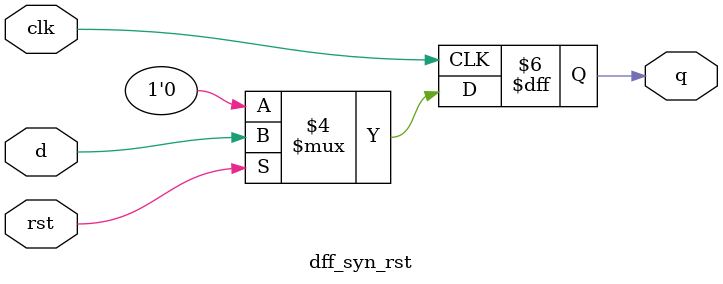
<source format=v>
module dff_syn_rst(
    input clk,rst,d,
    output reg q
    );
    always@(posedge clk) begin
        if(!rst) q<=0;
        else q<=d;
    end
endmodule

</source>
